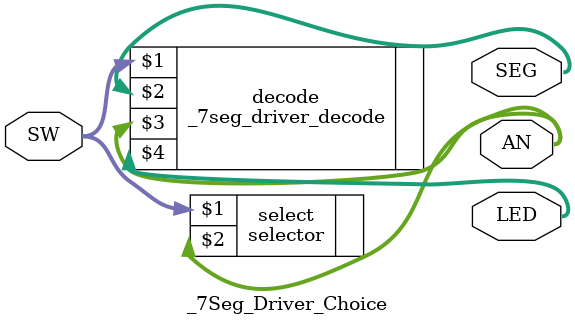
<source format=v>
`timescale 1ns / 1ps


module _7Seg_Driver_Choice(SW, SEG, AN, LED);
    input [15:0] SW;       // 16Î»²¦¶¯¿ª¹Ø
    output [7:0] SEG;      // 7¶ÎÊýÂë¹ÜÇý¶¯£¬µÍµçÆ½ÓÐÐ§
    output [7:0] AN;       // 7¶ÎÊýÂë¹ÜÆ¬Ñ¡ÐÅºÅ£¬µÍµçÆ½ÓÐÐ§
    output [15:0] LED;     // 16Î»LEDÏÔÊ¾
    selector  select(SW,AN);
    _7seg_driver_decode  decode(SW,SEG,AN,LED);
    //selector  select(SW,AN);
   // assign LED=SW[15:0];
    
endmodule

</source>
